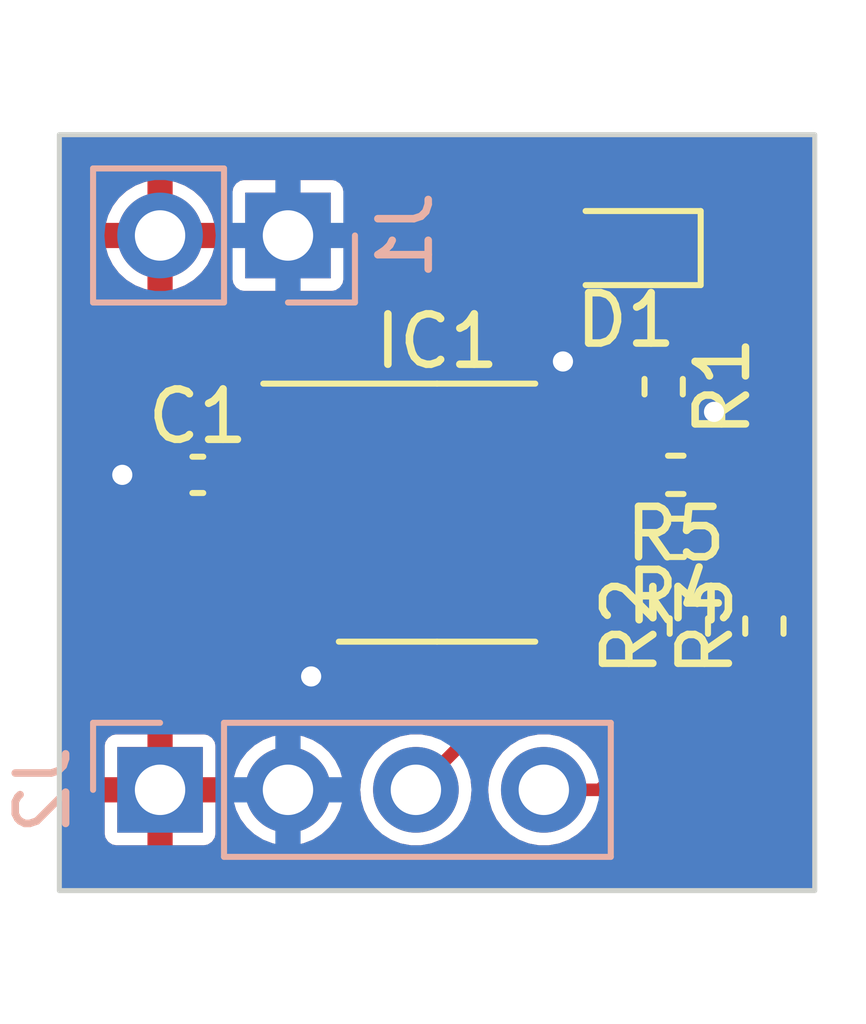
<source format=kicad_pcb>
(kicad_pcb (version 20221018) (generator pcbnew)
  (layers (0 "F.Cu" signal) (31 "B.Cu" signal) (34 "B.Paste" user) (35 "F.Paste" user) (36 "B.SilkS" user "B.Silkscreen") (37 "F.SilkS" user "F.Silkscreen") (38 "B.Mask" user) (39 "F.Mask" user) (44 "Edge.Cuts" user))
  (net 0 "")
  (net 1 "GND")
  (net 2 "/VCC")
  (net 3 "Net-(D1-K)")
  (net 7 "Net-(IC1-SDA)")
  (net 8 "Net-(IC1-SCL)")
  (net 9 "/SDA")
  (net 10 "/SCL")
  (footprint "Capacitor_SMD:C_0402_1005Metric" (layer "F.Cu") (at 22.75 26.75)
    (fp_text reference "C1" (at 0 -1.16) (layer "F.SilkS"))
    (fp_text value "0.1uF")
    (fp_line (start -0.107836 -0.36) (end 0.107836 -0.36) (stroke (width 0.12)) (layer "F.SilkS"))
    (fp_line (start -0.107836 0.36) (end 0.107836 0.36) (stroke (width 0.12)) (layer "F.SilkS"))
    (pad "1" smd roundrect (at -0.48 0) (size 0.56 0.62) (layers "F.Cu" "F.Paste" "F.Mask") (net 1 "GND"))
    (pad "2" smd roundrect (at 0.48 0) (size 0.56 0.62) (layers "F.Cu" "F.Paste" "F.Mask") (net 2 "/VCC"))
  )
  (footprint "LED_SMD:LED_0603_1608Metric" (layer "F.Cu") (at 31.25 22.25 180)
    (fp_text reference "D1" (at 0 -1.43) (layer "F.SilkS"))
    (fp_text value "LED")
    (fp_line (start -1.485 -0.735) (end -1.485 0.735) (stroke (width 0.12)) (layer "F.SilkS"))
    (fp_line (start -1.485 0.735) (end 0.8 0.735) (stroke (width 0.12)) (layer "F.SilkS"))
    (fp_line (start 0.8 -0.735) (end -1.485 -0.735) (stroke (width 0.12)) (layer "F.SilkS"))
    (pad "1" smd roundrect (at -0.7875 0 180) (size 0.875 0.95) (layers "F.Cu" "F.Paste" "F.Mask") (net 3 "Net-(D1-K)"))
    (pad "2" smd roundrect (at 0.7875 0 180) (size 0.875 0.95) (layers "F.Cu" "F.Paste" "F.Mask") (net 2 "/VCC"))
  )
  (footprint "Resistor_SMD:R_0402_1005Metric" (layer "F.Cu") (at 32.24 26.75 180)
    (fp_text reference "R5" (at 0 -1.17) (layer "F.SilkS"))
    (fp_text value "100")
    (fp_line (start -0.153641 -0.38) (end 0.153641 -0.38) (stroke (width 0.12)) (layer "F.SilkS"))
    (fp_line (start -0.153641 0.38) (end 0.153641 0.38) (stroke (width 0.12)) (layer "F.SilkS"))
    (pad "1" smd roundrect (at -0.51 0 180) (size 0.54 0.64) (layers "F.Cu" "F.Paste" "F.Mask") (net 10 "/SCL"))
    (pad "2" smd roundrect (at 0.51 0 180) (size 0.54 0.64) (layers "F.Cu" "F.Paste" "F.Mask") (net 8 "Net-(IC1-SCL)"))
  )
  (footprint "Resistor_SMD:R_0402_1005Metric" (layer "F.Cu") (at 32.25 28 180)
    (fp_text reference "R4" (at 0 -1.17) (layer "F.SilkS"))
    (fp_text value "100")
    (fp_line (start -0.153641 -0.38) (end 0.153641 -0.38) (stroke (width 0.12)) (layer "F.SilkS"))
    (fp_line (start -0.153641 0.38) (end 0.153641 0.38) (stroke (width 0.12)) (layer "F.SilkS"))
    (pad "1" smd roundrect (at -0.51 0 180) (size 0.54 0.64) (layers "F.Cu" "F.Paste" "F.Mask") (net 9 "/SDA"))
    (pad "2" smd roundrect (at 0.51 0 180) (size 0.54 0.64) (layers "F.Cu" "F.Paste" "F.Mask") (net 7 "Net-(IC1-SDA)"))
  )
  (footprint "Resistor_SMD:R_0402_1005Metric" (layer "F.Cu") (at 34 29.75 90)
    (fp_text reference "R3" (at 0 -1.17 90) (layer "F.SilkS"))
    (fp_text value "1.2K")
    (fp_line (start -0.153641 -0.38) (end 0.153641 -0.38) (stroke (width 0.12)) (layer "F.SilkS"))
    (fp_line (start -0.153641 0.38) (end 0.153641 0.38) (stroke (width 0.12)) (layer "F.SilkS"))
    (pad "1" smd roundrect (at -0.51 0 90) (size 0.54 0.64) (layers "F.Cu" "F.Paste" "F.Mask") (net 2 "/VCC"))
    (pad "2" smd roundrect (at 0.51 0 90) (size 0.54 0.64) (layers "F.Cu" "F.Paste" "F.Mask") (net 10 "/SCL"))
  )
  (footprint "Resistor_SMD:R_0402_1005Metric" (layer "F.Cu") (at 32 25 -90)
    (fp_text reference "R1" (at 0 -1.17 90) (layer "F.SilkS"))
    (fp_text value "500")
    (fp_line (start -0.153641 -0.38) (end 0.153641 -0.38) (stroke (width 0.12)) (layer "F.SilkS"))
    (fp_line (start -0.153641 0.38) (end 0.153641 0.38) (stroke (width 0.12)) (layer "F.SilkS"))
    (pad "1" smd roundrect (at -0.51 0 270) (size 0.54 0.64) (layers "F.Cu" "F.Paste" "F.Mask") (net 3 "Net-(D1-K)"))
    (pad "2" smd roundrect (at 0.51 0 270) (size 0.54 0.64) (layers "F.Cu" "F.Paste" "F.Mask") (net 1 "GND"))
  )
  (footprint "Resistor_SMD:R_0402_1005Metric" (layer "F.Cu") (at 32.5 29.75 90)
    (fp_text reference "R2" (at 0 -1.17 90) (layer "F.SilkS"))
    (fp_text value "1.2K")
    (fp_line (start -0.153641 -0.38) (end 0.153641 -0.38) (stroke (width 0.12)) (layer "F.SilkS"))
    (fp_line (start -0.153641 0.38) (end 0.153641 0.38) (stroke (width 0.12)) (layer "F.SilkS"))
    (pad "1" smd roundrect (at -0.51 0 90) (size 0.54 0.64) (layers "F.Cu" "F.Paste" "F.Mask") (net 2 "/VCC"))
    (pad "2" smd roundrect (at 0.51 0 90) (size 0.54 0.64) (layers "F.Cu" "F.Paste" "F.Mask") (net 9 "/SDA"))
  )
  (footprint "Package_SO:SOIC-8_3.9x4.9mm_P1.27mm" (layer "F.Cu") (at 27.5 27.5)
    (fp_text reference "IC1" (at 0 -3.4) (layer "F.SilkS"))
    (fp_text value "AS5600-ASOT")
    (fp_line (start 0 -2.56) (end -3.45 -2.56) (stroke (width 0.12)) (layer "F.SilkS"))
    (fp_line (start 0 -2.56) (end 1.95 -2.56) (stroke (width 0.12)) (layer "F.SilkS"))
    (fp_line (start 0 2.56) (end -1.95 2.56) (stroke (width 0.12)) (layer "F.SilkS"))
    (fp_line (start 0 2.56) (end 1.95 2.56) (stroke (width 0.12)) (layer "F.SilkS"))
    (pad "1" smd roundrect (at -2.475 -1.905) (size 1.95 0.6) (layers "F.Cu" "F.Paste" "F.Mask"))
    (pad "2" smd roundrect (at -2.475 -0.635) (size 1.95 0.6) (layers "F.Cu" "F.Paste" "F.Mask") (net 2 "/VCC"))
    (pad "3" smd roundrect (at -2.475 0.635) (size 1.95 0.6) (layers "F.Cu" "F.Paste" "F.Mask"))
    (pad "4" smd roundrect (at -2.475 1.905) (size 1.95 0.6) (layers "F.Cu" "F.Paste" "F.Mask") (net 1 "GND"))
    (pad "5" smd roundrect (at 2.475 1.905) (size 1.95 0.6) (layers "F.Cu" "F.Paste" "F.Mask"))
    (pad "6" smd roundrect (at 2.475 0.635) (size 1.95 0.6) (layers "F.Cu" "F.Paste" "F.Mask") (net 7 "Net-(IC1-SDA)"))
    (pad "7" smd roundrect (at 2.475 -0.635) (size 1.95 0.6) (layers "F.Cu" "F.Paste" "F.Mask") (net 8 "Net-(IC1-SCL)"))
    (pad "8" smd roundrect (at 2.475 -1.905) (size 1.95 0.6) (layers "F.Cu" "F.Paste" "F.Mask") (net 1 "GND"))
  )
  (footprint "Connector_PinHeader_2.54mm:PinHeader_1x02_P2.54mm_Vertical" (layer "B.Cu") (at 24.54 22 90)
    (fp_text reference "J1" (at 0 2.33 90) (layer "B.SilkS") (effects (justify mirror)))
    (fp_text value "Conn_01x02")
    (fp_line (start -1.33 -3.87) (end 1.33 -3.87) (stroke (width 0.12)) (layer "B.SilkS"))
    (fp_line (start -1.33 -1.27) (end -1.33 -3.87) (stroke (width 0.12)) (layer "B.SilkS"))
    (fp_line (start -1.33 -1.27) (end 1.33 -1.27) (stroke (width 0.12)) (layer "B.SilkS"))
    (fp_line (start -1.33 0) (end -1.33 1.33) (stroke (width 0.12)) (layer "B.SilkS"))
    (fp_line (start -1.33 1.33) (end 0 1.33) (stroke (width 0.12)) (layer "B.SilkS"))
    (fp_line (start 1.33 -1.27) (end 1.33 -3.87) (stroke (width 0.12)) (layer "B.SilkS"))
    (pad "1" thru_hole rect (at 0 0 90) (size 1.7 1.7) (drill 1) (layers "*.Cu" "*.Mask") (net 1 "GND"))
    (pad "2" thru_hole oval (at 0 -2.54 90) (size 1.7 1.7) (drill 1) (layers "*.Cu" "*.Mask") (net 2 "/VCC"))
  )
  (footprint "Connector_PinHeader_2.54mm:PinHeader_1x04_P2.54mm_Vertical" (layer "B.Cu") (at 22 33 -90)
    (fp_text reference "J2" (at 0 2.33 90) (layer "B.SilkS") (effects (justify mirror)))
    (fp_text value "Conn_01x04")
    (fp_line (start -1.33 -8.95) (end 1.33 -8.95) (stroke (width 0.12)) (layer "B.SilkS"))
    (fp_line (start -1.33 -1.27) (end -1.33 -8.95) (stroke (width 0.12)) (layer "B.SilkS"))
    (fp_line (start -1.33 -1.27) (end 1.33 -1.27) (stroke (width 0.12)) (layer "B.SilkS"))
    (fp_line (start -1.33 0) (end -1.33 1.33) (stroke (width 0.12)) (layer "B.SilkS"))
    (fp_line (start -1.33 1.33) (end 0 1.33) (stroke (width 0.12)) (layer "B.SilkS"))
    (fp_line (start 1.33 -1.27) (end 1.33 -8.95) (stroke (width 0.12)) (layer "B.SilkS"))
    (pad "1" thru_hole rect (at 0 0 270) (size 1.7 1.7) (drill 1) (layers "*.Cu" "*.Mask") (net 2 "/VCC"))
    (pad "2" thru_hole oval (at 0 -2.54 270) (size 1.7 1.7) (drill 1) (layers "*.Cu" "*.Mask") (net 1 "GND"))
    (pad "3" thru_hole oval (at 0 -5.08 270) (size 1.7 1.7) (drill 1) (layers "*.Cu" "*.Mask") (net 9 "/SDA"))
    (pad "4" thru_hole oval (at 0 -7.62 270) (size 1.7 1.7) (drill 1) (layers "*.Cu" "*.Mask") (net 10 "/SCL"))
  )
  (gr_rect (start 20 20) (end 35 35) (stroke (width 0.1)) (fill none) (layer "Edge.Cuts"))
  (segment (start 25.025 29.405) (end 25.025 30.725) (width 0.25) (layer "F.Cu") (net 1))
  (segment (start 32.99 25.51) (end 33 25.5) (width 0.25) (layer "F.Cu") (net 1))
  (segment (start 29.975 24.525) (end 30 24.5) (width 0.25) (layer "F.Cu") (net 1))
  (segment (start 25.025 30.725) (end 25 30.75) (width 0.25) (layer "F.Cu") (net 1))
  (segment (start 29.975 25.595) (end 29.975 24.525) (width 0.25) (layer "F.Cu") (net 1))
  (segment (start 22.27 26.75) (end 21.25 26.75) (width 0.25) (layer "F.Cu") (net 1))
  (segment (start 32 25.51) (end 32.99 25.51) (width 0.25) (layer "F.Cu") (net 1))
  (via (at 30 24.5) (size 0.8) (drill 0.4) (layers "F.Cu" "B.Cu") (net 1))
  (via (at 21.25 26.75) (size 0.8) (drill 0.4) (layers "F.Cu" "B.Cu") (net 1))
  (via (at 33 25.5) (size 0.8) (drill 0.4) (layers "F.Cu" "B.Cu") (net 1))
  (via (at 25 30.75) (size 0.8) (drill 0.4) (layers "F.Cu" "B.Cu") (net 1))
  (segment (start 32.0375 24.4525) (end 32 24.49) (width 0.25) (layer "F.Cu") (net 3))
  (segment (start 32.0375 22.25) (end 32.0375 24.4525) (width 0.25) (layer "F.Cu") (net 3))
  (segment (start 29.975 28.135) (end 31.605 28.135) (width 0.25) (layer "F.Cu") (net 7))
  (segment (start 31.605 28.135) (end 31.74 28) (width 0.25) (layer "F.Cu") (net 7))
  (segment (start 31.615 26.865) (end 31.73 26.75) (width 0.25) (layer "F.Cu") (net 8))
  (segment (start 29.975 26.865) (end 31.615 26.865) (width 0.25) (layer "F.Cu") (net 8))
  (segment (start 31.526751 29.5) (end 30.996751 30.03) (width 0.25) (layer "F.Cu") (net 9))
  (segment (start 32.76 28.98) (end 32.5 29.24) (width 0.25) (layer "F.Cu") (net 9))
  (segment (start 32.24 29.5) (end 31.526751 29.5) (width 0.25) (layer "F.Cu") (net 9))
  (segment (start 30.05 30.03) (end 27.08 33) (width 0.25) (layer "F.Cu") (net 9))
  (segment (start 32.76 28) (end 32.76 28.98) (width 0.25) (layer "F.Cu") (net 9))
  (segment (start 30.996751 30.03) (end 30.05 30.03) (width 0.25) (layer "F.Cu") (net 9))
  (segment (start 32.5 29.24) (end 32.24 29.5) (width 0.25) (layer "F.Cu") (net 9))
  (segment (start 32.75 26.75) (end 34 28) (width 0.25) (layer "F.Cu") (net 10))
  (segment (start 34 28) (end 34 29.24) (width 0.25) (layer "F.Cu") (net 10))
  (segment (start 30.730538 33) (end 29.62 33) (width 0.25) (layer "F.Cu") (net 10))
  (segment (start 33.145 30.585538) (end 30.730538 33) (width 0.25) (layer "F.Cu") (net 10))
  (segment (start 34 29.24) (end 34 29.289462) (width 0.25) (layer "F.Cu") (net 10))
  (segment (start 33.145 30.144462) (end 33.145 30.585538) (width 0.25) (layer "F.Cu") (net 10))
  (segment (start 34 29.289462) (end 33.145 30.144462) (width 0.25) (layer "F.Cu") (net 10))
  (zone (net 2) (net_name "/VCC") (layer "F.Cu") (priority 1) (connect_pads (clearance 0.25)) (min_thickness 0.25) (fill yes (thermal_gap 0.25) (thermal_bridge_width 0.5))
    (polygon (pts (xy 19.75 19.75) (xy 35.25 19.75) (xy 35.25 35.25) (xy 19.75 35.25)))
  )
  (zone (net 1) (net_name "GND") (layer "B.Cu") (connect_pads (clearance 0.25)) (min_thickness 0.25) (fill yes (thermal_gap 0.25) (thermal_bridge_width 0.5))
    (polygon (pts (xy 19.75 19.75) (xy 35.25 19.75) (xy 35.25 35.25) (xy 19.75 35.25)))
  )
)
</source>
